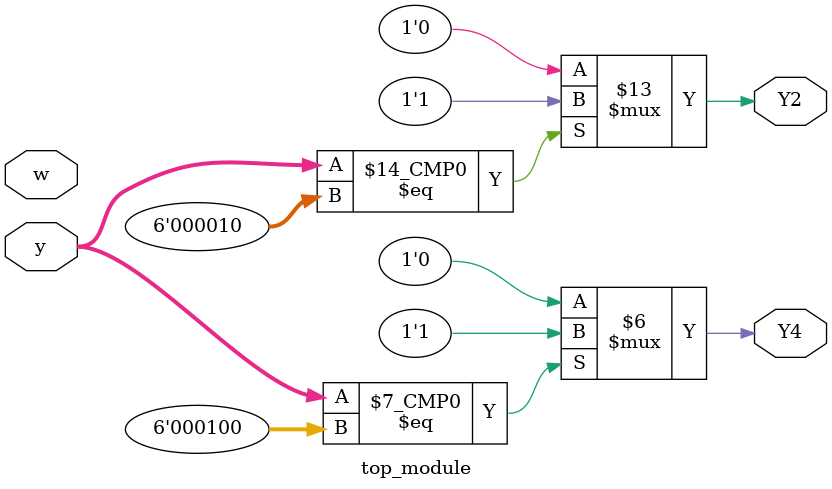
<source format=sv>
module top_module (
    input [6:1] y,
    input w,
    output reg Y2,
    output reg Y4
);

    always @(*) begin
        case(y)
            7'b000001: begin
                Y2 = 1'b0;
                Y4 = 1'b0;
            end
            7'b000010: begin
                Y2 = 1'b1;
                Y4 = 1'b0;
            end
            7'b000100: begin
                Y2 = 1'b0;
                Y4 = 1'b1;
            end
            7'b001000: begin
                Y2 = 1'b0;
                Y4 = 1'b0;
            end
            7'b010000: begin
                Y2 = 1'b0;
                Y4 = 1'b0;
            end
            7'b100000: begin
                Y2 = 1'b0;
                Y4 = 1'b0;
            end
            default: begin
                Y2 = 1'b0;
                Y4 = 1'b0;
            end
        endcase
    end
    
endmodule

</source>
